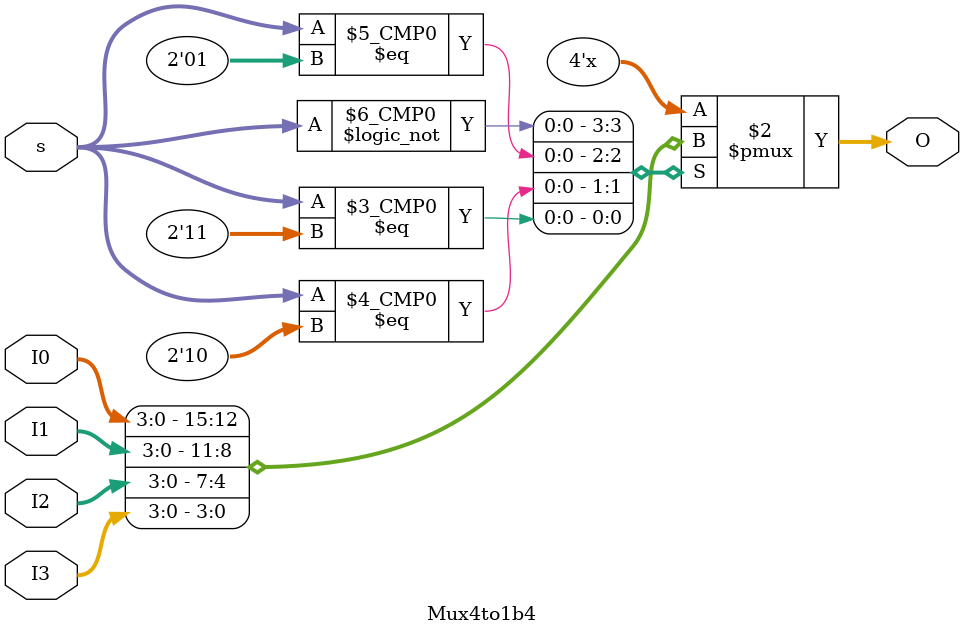
<source format=v>
`timescale 1ns / 1ps

module Mux4to1b4(
		input [1:0]	s,
		input [3:0] I0,
		input [3:0] I1,
		input [3:0] I2,
		input [3:0] I3,
		output reg [3:0] O
    );

	always @(s,I0,I1,I2,I3) begin
		case(s)
			2'b00:O<=I0;
			2'b01:O<=I1;
			2'b10:O<=I2;
			2'b11:O<=I3;
		endcase
	end
endmodule

</source>
